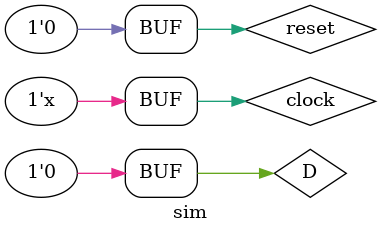
<source format=v>
`timescale 1ns / 1ps


module sim();
    reg D, clock, reset;
    wire Q;
    D_FF U1(D, clock, reset, Q);
    initial
    clock = 1'b1;
    always #25 clock = ~clock;
    initial
    begin
        D = 1'b0;
        reset = 1'b0;
        #50
        D = 1'b1;
        #50
        D = 1'b0;
        reset = 1'b1;
        #50
        D = 1'b1;
        #50
        D = 1'b0;
        reset = 1'b0;
        #50
        D = 1'b1;
        #50
        D = 1'b0;
        
        
    end
endmodule

</source>
